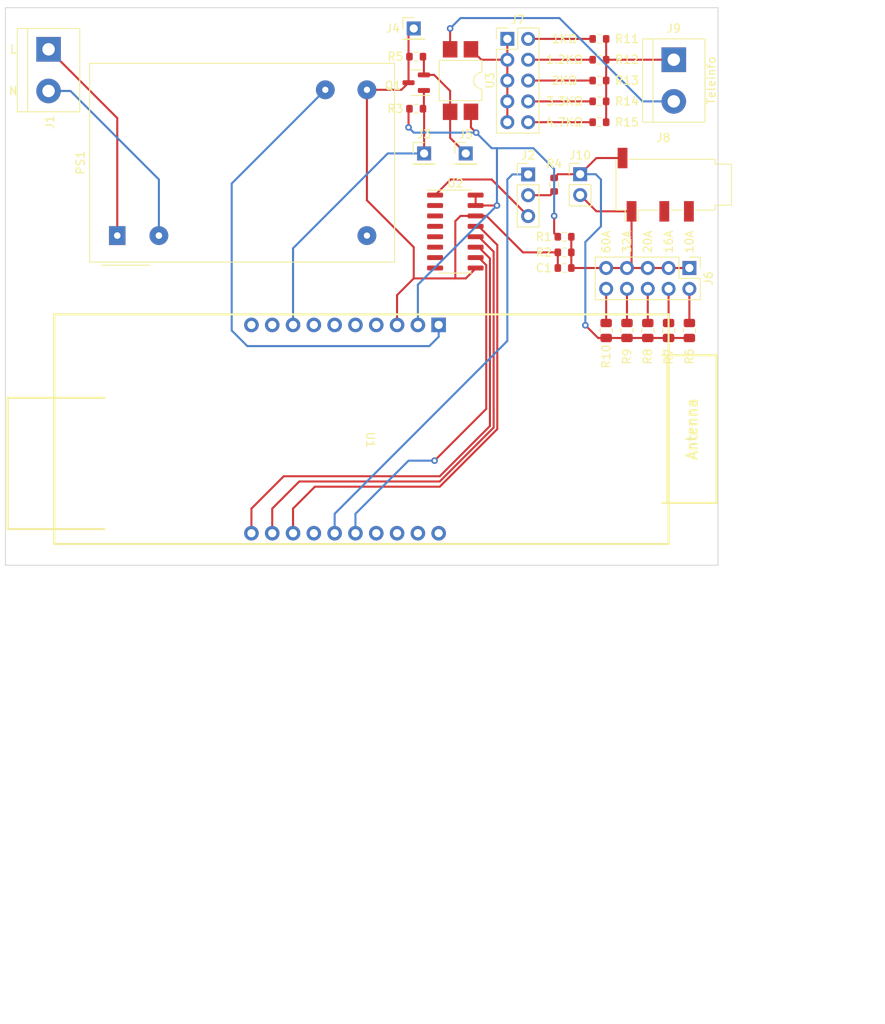
<source format=kicad_pcb>
(kicad_pcb (version 20211014) (generator pcbnew)
  (layers (0 "F.Cu" signal) (31 "B.Cu" signal) (34 "B.Paste" user) (35 "F.Paste" user) (36 "B.SilkS" user "B.Silkscreen") (37 "F.SilkS" user "F.Silkscreen") (38 "B.Mask" user) (39 "F.Mask" user) (44 "Edge.Cuts" user))
  (net 0 "")
  (net 1 "Net-(C1-Pad1)")
  (net 2 "GND")
  (net 3 "Net-(J3-Pad1)")
  (net 4 "+5V")
  (net 5 "+3V3")
  (net 6 "Net-(J6-Pad6)")
  (net 7 "Net-(J6-Pad8)")
  (net 8 "Net-(J6-Pad10)")
  (net 9 "Net-(J7-Pad1)")
  (net 10 "Net-(J7-Pad6)")
  (net 11 "Net-(J7-Pad8)")
  (net 12 "LINE")
  (net 13 "NEUT")
  (net 14 "Net-(J5-Pad1)")
  (net 15 "Net-(J7-Pad10)")
  (net 16 "Net-(J10-Pad1)")
  (net 19 "Net-(J9-Pad1)")
  (net 20 "Net-(J9-Pad2)")
  (net 22 "Net-(J2-Pad2)")
  (net 23 "Net-(J2-Pad3)")
  (net 31 "Net-(U1-Pad16)")
  (net 32 "Net-(U1-Pad11)")
  (net 33 "Net-(U1-Pad12)")
  (net 34 "Net-(U1-Pad13)")
  (net 35 "Net-(J6-Pad2)")
  (net 36 "Net-(J6-Pad4)")
  (net 37 "Net-(J7-Pad2)")
  (net 38 "Net-(J7-Pad4)")
  (net 39 "Net-(J2-Pad1)")
  (footprint "Resistor_SMD:R_0805_2012Metric" (layer "F.Cu") (at 189.865 90.17 90)
    (fp_text reference "R6" (at -3.175 0 90) (layer "F.SilkS"))
    (fp_text value "220Ω/0.5W")
    (fp_line (start -0.227064 0.735) (end 0.227064 0.735) (layer "F.SilkS") (width 0.12))
    (fp_line (start -0.227064 -0.735) (end 0.227064 -0.735) (layer "F.SilkS") (width 0.12))
    (pad "1" smd roundrect locked (at -0.9125 0 90) (size 1.025 1.4) (layers "F.Cu" "F.Paste" "F.Mask") (roundrect_rratio 0.243902) (net 16 "Net-(J10-Pad1)"))
    (pad "2" smd roundrect locked (at 0.9125 0 90) (size 1.025 1.4) (layers "F.Cu" "F.Paste" "F.Mask") (roundrect_rratio 0.243902) (net 35 "Net-(J6-Pad2)"))
  )
  (footprint "Connector_PinHeader_2.54mm:PinHeader_1x02_P2.54mm_Vertical" (layer "F.Cu") (at 176.53 71.115)
    (fp_text reference "J10" (at 0 -2.33) (layer "F.SilkS"))
    (fp_text value "Conn_01x02_Male")
    (fp_line (start -1.33 1.27) (end -1.33 3.87) (layer "F.SilkS") (width 0.12))
    (fp_line (start 1.33 1.27) (end 1.33 3.87) (layer "F.SilkS") (width 0.12))
    (fp_line (start -1.33 1.27) (end 1.33 1.27) (layer "F.SilkS") (width 0.12))
    (fp_line (start -1.33 0) (end -1.33 -1.33) (layer "F.SilkS") (width 0.12))
    (fp_line (start -1.33 3.87) (end 1.33 3.87) (layer "F.SilkS") (width 0.12))
    (fp_line (start -1.33 -1.33) (end 0 -1.33) (layer "F.SilkS") (width 0.12))
    (pad "1" thru_hole rect locked (at 0 0) (size 1.7 1.7) (drill 1) (layers *.Cu *.Mask) (net 16 "Net-(J10-Pad1)"))
    (pad "2" thru_hole oval locked (at 0 2.54) (size 1.7 1.7) (drill 1) (layers *.Cu *.Mask) (net 1 "Net-(C1-Pad1)"))
  )
  (footprint "Resistor_SMD:R_0805_2012Metric" (layer "F.Cu") (at 187.325 90.17 90)
    (fp_text reference "R7" (at -3.175 0 90) (layer "F.SilkS"))
    (fp_text value "150Ω/0.5W")
    (fp_line (start -0.227064 0.735) (end 0.227064 0.735) (layer "F.SilkS") (width 0.12))
    (fp_line (start -0.227064 -0.735) (end 0.227064 -0.735) (layer "F.SilkS") (width 0.12))
    (pad "1" smd roundrect locked (at -0.9125 0 90) (size 1.025 1.4) (layers "F.Cu" "F.Paste" "F.Mask") (roundrect_rratio 0.243902) (net 16 "Net-(J10-Pad1)"))
    (pad "2" smd roundrect locked (at 0.9125 0 90) (size 1.025 1.4) (layers "F.Cu" "F.Paste" "F.Mask") (roundrect_rratio 0.243902) (net 36 "Net-(J6-Pad4)"))
  )
  (footprint "Connector_PinHeader_2.54mm:PinHeader_1x01_P2.54mm_Vertical" (layer "F.Cu") (at 156.21 53.34)
    (fp_text reference "J4" (at -2.54 0) (layer "F.SilkS"))
    (fp_text value "Conn_01x01_Male")
    (fp_line (start 1.33 1.27) (end 1.33 1.33) (layer "F.SilkS") (width 0.12))
    (fp_line (start -1.33 0) (end -1.33 -1.33) (layer "F.SilkS") (width 0.12))
    (fp_line (start -1.33 -1.33) (end 0 -1.33) (layer "F.SilkS") (width 0.12))
    (fp_line (start -1.33 1.27) (end 1.33 1.27) (layer "F.SilkS") (width 0.12))
    (fp_line (start -1.33 1.33) (end 1.33 1.33) (layer "F.SilkS") (width 0.12))
    (fp_line (start -1.33 1.27) (end -1.33 1.33) (layer "F.SilkS") (width 0.12))
    (pad "1" thru_hole rect locked (at 0 0) (size 1.7 1.7) (drill 1) (layers *.Cu *.Mask) (net 2 "GND"))
  )
  (footprint "Package_DIP:SMDIP-4_W7.62mm" (layer "F.Cu") (at 161.925 59.69 -90)
    (fp_text reference "U3" (at 0 -3.6 90) (layer "F.SilkS"))
    (fp_text value "LTV-814")
    (fp_line (start -2.45 2.6) (end 2.45 2.6) (layer "F.SilkS") (width 0.12))
    (fp_line (start -2.45 -2.6) (end -2.45 2.6) (layer "F.SilkS") (width 0.12))
    (fp_line (start 2.45 2.6) (end 2.45 -2.6) (layer "F.SilkS") (width 0.12))
    (fp_line (start 2.45 -2.6) (end 1 -2.6) (layer "F.SilkS") (width 0.12))
    (fp_line (start -1 -2.6) (end -2.45 -2.6) (layer "F.SilkS") (width 0.12))
    (fp_arc (start 1 -2.6) (mid 0 -1.6) (end -1 -2.6) (layer "F.SilkS") (width 0.12))
    (pad "1" smd rect locked (at -3.81 -1.27 270) (size 2 1.78) (layers "F.Cu" "F.Paste" "F.Mask") (net 9 "Net-(J7-Pad1)"))
    (pad "2" smd rect locked (at -3.81 1.27 270) (size 2 1.78) (layers "F.Cu" "F.Paste" "F.Mask") (net 20 "Net-(J9-Pad2)"))
    (pad "3" smd rect locked (at 3.81 1.27 270) (size 2 1.78) (layers "F.Cu" "F.Paste" "F.Mask") (net 14 "Net-(J5-Pad1)"))
    (pad "4" smd rect locked (at 3.81 -1.27 270) (size 2 1.78) (layers "F.Cu" "F.Paste" "F.Mask") (net 5 "+3V3"))
  )
  (footprint "Connector_PinHeader_2.54mm:PinHeader_2x05_P2.54mm_Vertical" (layer "F.Cu") (at 167.64 54.61)
    (fp_text reference "J7" (at 1.27 -2.33) (layer "F.SilkS"))
    (fp_text value "Conn_02x05")
    (fp_line (start 1.27 1.27) (end 1.27 -1.33) (layer "F.SilkS") (width 0.12))
    (fp_line (start 3.87 -1.33) (end 3.87 11.49) (layer "F.SilkS") (width 0.12))
    (fp_line (start -1.33 -1.33) (end 0 -1.33) (layer "F.SilkS") (width 0.12))
    (fp_line (start -1.33 1.27) (end 1.27 1.27) (layer "F.SilkS") (width 0.12))
    (fp_line (start -1.33 1.27) (end -1.33 11.49) (layer "F.SilkS") (width 0.12))
    (fp_line (start 1.27 -1.33) (end 3.87 -1.33) (layer "F.SilkS") (width 0.12))
    (fp_line (start -1.33 11.49) (end 3.87 11.49) (layer "F.SilkS") (width 0.12))
    (fp_line (start -1.33 0) (end -1.33 -1.33) (layer "F.SilkS") (width 0.12))
    (pad "1" thru_hole rect locked (at 0 0) (size 1.7 1.7) (drill 1) (layers *.Cu *.Mask) (net 9 "Net-(J7-Pad1)"))
    (pad "2" thru_hole oval locked (at 2.54 0) (size 1.7 1.7) (drill 1) (layers *.Cu *.Mask) (net 37 "Net-(J7-Pad2)"))
    (pad "3" thru_hole oval locked (at 0 2.54) (size 1.7 1.7) (drill 1) (layers *.Cu *.Mask) (net 9 "Net-(J7-Pad1)"))
    (pad "4" thru_hole oval locked (at 2.54 2.54) (size 1.7 1.7) (drill 1) (layers *.Cu *.Mask) (net 38 "Net-(J7-Pad4)"))
    (pad "5" thru_hole oval locked (at 0 5.08) (size 1.7 1.7) (drill 1) (layers *.Cu *.Mask) (net 9 "Net-(J7-Pad1)"))
    (pad "6" thru_hole oval locked (at 2.54 5.08) (size 1.7 1.7) (drill 1) (layers *.Cu *.Mask) (net 10 "Net-(J7-Pad6)"))
    (pad "7" thru_hole oval locked (at 0 7.62) (size 1.7 1.7) (drill 1) (layers *.Cu *.Mask) (net 9 "Net-(J7-Pad1)"))
    (pad "8" thru_hole oval locked (at 2.54 7.62) (size 1.7 1.7) (drill 1) (layers *.Cu *.Mask) (net 11 "Net-(J7-Pad8)"))
    (pad "9" thru_hole oval locked (at 0 10.16) (size 1.7 1.7) (drill 1) (layers *.Cu *.Mask) (net 9 "Net-(J7-Pad1)"))
    (pad "10" thru_hole oval locked (at 2.54 10.16) (size 1.7 1.7) (drill 1) (layers *.Cu *.Mask) (net 15 "Net-(J7-Pad10)"))
  )
  (footprint "Resistor_SMD:R_0603_1608Metric" (layer "F.Cu") (at 178.88 59.69 180)
    (fp_text reference "R13" (at -3.365 0) (layer "F.SilkS"))
    (fp_text value "2KΩ")
    (fp_line (start -0.237258 -0.5225) (end 0.237258 -0.5225) (layer "F.SilkS") (width 0.12))
    (fp_line (start -0.237258 0.5225) (end 0.237258 0.5225) (layer "F.SilkS") (width 0.12))
    (pad "1" smd roundrect locked (at -0.825 0 180) (size 0.8 0.95) (layers "F.Cu" "F.Paste" "F.Mask") (net 19 "Net-(J9-Pad1)"))
    (pad "2" smd roundrect locked (at 0.825 0 180) (size 0.8 0.95) (layers "F.Cu" "F.Paste" "F.Mask") (net 10 "Net-(J7-Pad6)"))
  )
  (footprint "Resistor_SMD:R_0603_1608Metric" (layer "F.Cu") (at 178.88 62.23 180)
    (fp_text reference "R14" (at -3.365 0) (layer "F.SilkS"))
    (fp_text value "3.3KΩ")
    (fp_line (start -0.237258 -0.5225) (end 0.237258 -0.5225) (layer "F.SilkS") (width 0.12))
    (fp_line (start -0.237258 0.5225) (end 0.237258 0.5225) (layer "F.SilkS") (width 0.12))
    (pad "1" smd roundrect locked (at -0.825 0 180) (size 0.8 0.95) (layers "F.Cu" "F.Paste" "F.Mask") (net 19 "Net-(J9-Pad1)"))
    (pad "2" smd roundrect locked (at 0.825 0 180) (size 0.8 0.95) (layers "F.Cu" "F.Paste" "F.Mask") (net 11 "Net-(J7-Pad8)"))
  )
  (footprint "Resistor_SMD:R_0603_1608Metric" (layer "F.Cu") (at 174.625 78.74 180)
    (fp_text reference "R1" (at 2.54 0) (layer "F.SilkS"))
    (fp_text value "470KΩ")
    (fp_line (start -0.237258 0.5225) (end 0.237258 0.5225) (layer "F.SilkS") (width 0.12))
    (fp_line (start -0.237258 -0.5225) (end 0.237258 -0.5225) (layer "F.SilkS") (width 0.12))
    (pad "1" smd roundrect locked (at -0.825 0 180) (size 0.8 0.95) (layers "F.Cu" "F.Paste" "F.Mask") (net 1 "Net-(C1-Pad1)"))
    (pad "2" smd roundrect locked (at 0.825 0 180) (size 0.8 0.95) (layers "F.Cu" "F.Paste" "F.Mask") (net 5 "+3V3"))
  )
  (footprint "mylife-footprints:ESP32-POE" (layer "F.Cu") (at 149.225 102.235 -90)
    (fp_text reference "U1" (at 1.27 -1.7 -90 unlocked) (layer "F.SilkS"))
    (fp_text value "ESP32-POE")
    (fp_text user "Antenna" (at -0.04 -40.965 90) (layer "F.SilkS") (effects (font (size 1.27 1.27) (thickness 0.254))))
    (fp_line (start 12.151 30.796) (end 12.151 42.596) (layer "F.SilkS") (width 0.254))
    (fp_line (start -9.04 -43.965) (end 8.96 -43.965) (layer "F.SilkS") (width 0.254))
    (fp_line (start -14.03 -38.1) (end 13.97 -38.1) (layer "F.SilkS") (width 0.254))
    (fp_line (start 12.151 42.596) (end -3.849 42.596) (layer "F.SilkS") (width 0.254))
    (fp_line (start -14.03 36.9) (end 13.97 36.9) (layer "F.SilkS") (width 0.254))
    (fp_line (start 13.97 36.9) (end 13.97 -38.1) (layer "F.SilkS") (width 0.254))
    (fp_line (start -14.03 30.58) (end -14.03 -38.1) (layer "F.SilkS") (width 0.254))
    (fp_line (start -3.849 42.596) (end -3.849 30.796) (layer "F.SilkS") (width 0.254))
    (fp_line (start -9.04 -37.965) (end 8.96 -37.965) (layer "F.SilkS") (width 0.254))
    (fp_line (start 8.96 -43.965) (end 8.96 -37.345) (layer "F.SilkS") (width 0.254))
    (fp_line (start -9.04 -43.965) (end -9.04 -37.345) (layer "F.SilkS") (width 0.254))
    (fp_line (start -14.03 30.58) (end -14.03 36.9) (layer "F.SilkS") (width 0.254))
    (pad "1" thru_hole rect (at -12.74 -10.03 180) (size 1.778 1.778) (drill 1) (layers *.Cu *.Mask) (net 4 "+5V"))
    (pad "2" thru_hole circle (at -12.74 -7.49 180) (size 1.778 1.778) (drill 1) (layers *.Cu *.Mask) (net 5 "+3V3"))
    (pad "3" thru_hole circle (at -12.74 -4.95 180) (size 1.778 1.778) (drill 1) (layers *.Cu *.Mask) (net 2 "GND"))
    (pad "4" thru_hole circle (at -12.74 -2.41 180) (size 1.778 1.778) (drill 1) (layers *.Cu *.Mask))
    (pad "5" thru_hole circle (at -12.74 0.13 180) (size 1.778 1.778) (drill 1) (layers *.Cu *.Mask))
    (pad "6" thru_hole circle (at -12.74 2.67 180) (size 1.778 1.778) (drill 1) (layers *.Cu *.Mask))
    (pad "7" thru_hole circle (at -12.74 5.21 180) (size 1.778 1.778) (drill 1) (layers *.Cu *.Mask))
    (pad "8" thru_hole circle (at -12.74 7.75 180) (size 1.778 1.778) (drill 1) (layers *.Cu *.Mask) (net 3 "Net-(J3-Pad1)"))
    (pad "9" thru_hole circle (at -12.74 10.29 180) (size 1.778 1.778) (drill 1) (layers *.Cu *.Mask))
    (pad "10" thru_hole circle (at -12.74 12.83 180) (size 1.778 1.778) (drill 1) (layers *.Cu *.Mask))
    (pad "11" thru_hole circle (at 12.66 12.83 180) (size 1.778 1.778) (drill 1) (layers *.Cu *.Mask) (net 32 "Net-(U1-Pad11)"))
    (pad "12" thru_hole circle (at 12.66 10.29 180) (size 1.778 1.778) (drill 1) (layers *.Cu *.Mask) (net 33 "Net-(U1-Pad12)"))
    (pad "13" thru_hole circle (at 12.66 7.75 180) (size 1.778 1.778) (drill 1) (layers *.Cu *.Mask) (net 34 "Net-(U1-Pad13)"))
    (pad "14" thru_hole circle (at 12.66 5.21 180) (size 1.778 1.778) (drill 1) (layers *.Cu *.Mask))
    (pad "15" thru_hole circle (at 12.66 2.67 180) (size 1.778 1.778) (drill 1) (layers *.Cu *.Mask) (net 39 "Net-(J2-Pad1)"))
    (pad "16" thru_hole circle (at 12.66 0.13 180) (size 1.778 1.778) (drill 1) (layers *.Cu *.Mask) (net 31 "Net-(U1-Pad16)"))
    (pad "17" thru_hole circle (at 12.66 -2.41 180) (size 1.778 1.778) (drill 1) (layers *.Cu *.Mask))
    (pad "18" thru_hole circle (at 12.66 -4.95 180) (size 1.778 1.778) (drill 1) (layers *.Cu *.Mask))
    (pad "19" thru_hole circle (at 12.66 -7.49 180) (size 1.778 1.778) (drill 1) (layers *.Cu *.Mask))
    (pad "20" thru_hole circle (at 12.66 -10.03 180) (size 1.778 1.778) (drill 1) (layers *.Cu *.Mask))
  )
  (footprint "Connector_Audio:Jack_3.5mm_PJ320D_Horizontal" (layer "F.Cu") (at 186.63 72.39 180)
    (fp_text reference "J8" (at -0.06 5.715) (layer "F.SilkS"))
    (fp_text value "AudioJack4")
    (fp_line (start -6.375 2.5) (end -8.375 2.5) (layer "F.SilkS") (width 0.12))
    (fp_line (start -8.375 -2.5) (end -8.375 2.5) (layer "F.SilkS") (width 0.12))
    (fp_line (start -6.375 -2.5) (end -8.375 -2.5) (layer "F.SilkS") (width 0.12))
    (fp_line (start -6.375 -3.1) (end -6.375 -2.5) (layer "F.SilkS") (width 0.12))
    (fp_line (start -6.375 -3.1) (end -4 -3.1) (layer "F.SilkS") (width 0.12))
    (fp_line (start 4.15 3.1) (end -6.375 3.1) (layer "F.SilkS") (width 0.12))
    (fp_line (start 4.6 -3.1) (end 4.6 -4.5) (layer "F.SilkS") (width 0.12))
    (fp_line (start 4.6 -3.1) (end 5.725 -3.1) (layer "F.SilkS") (width 0.12))
    (fp_line (start 0.65 -3.1) (end 3.05 -3.1) (layer "F.SilkS") (width 0.12))
    (fp_line (start 5.725 3.1) (end 5.725 -3.1) (layer "F.SilkS") (width 0.12))
    (fp_line (start 3.05 -3.1) (end 3.05 -4.5) (layer "F.SilkS") (width 0.12))
    (fp_line (start -6.375 2.5) (end -6.375 3.1) (layer "F.SilkS") (width 0.12))
    (fp_line (start -2.35 -3.1) (end -1 -3.1) (layer "F.SilkS") (width 0.12))
    (pad "" np_thru_hole circle locked (at -4.775 0 180) (size 1.5 1.5) (drill 1.5) (layers *.Cu *.Mask))
    (pad "" np_thru_hole circle locked (at 2.225 0 180) (size 1.5 1.5) (drill 1.5) (layers *.Cu *.Mask))
    (pad "R1" smd rect locked (at -0.175 -3.25 180) (size 1.2 2.5) (layers "F.Cu" "F.Paste" "F.Mask"))
    (pad "R2" smd rect locked (at -3.175 -3.25 180) (size 1.2 2.5) (layers "F.Cu" "F.Paste" "F.Mask"))
    (pad "S" smd rect locked (at 4.925 3.25 180) (size 1.2 2.5) (layers "F.Cu" "F.Paste" "F.Mask") (net 16 "Net-(J10-Pad1)"))
    (pad "T" smd rect locked (at 3.825 -3.25 180) (size 1.2 2.5) (layers "F.Cu" "F.Paste" "F.Mask") (net 1 "Net-(C1-Pad1)"))
  )
  (footprint "Resistor_SMD:R_0603_1608Metric" (layer "F.Cu") (at 173.355 72.39 90)
    (fp_text reference "R4" (at 2.54 0) (layer "F.SilkS"))
    (fp_text value "1KΩ")
    (fp_line (start -0.237258 -0.5225) (end 0.237258 -0.5225) (layer "F.SilkS") (width 0.12))
    (fp_line (start -0.237258 0.5225) (end 0.237258 0.5225) (layer "F.SilkS") (width 0.12))
    (pad "1" smd roundrect locked (at -0.825 0 90) (size 0.8 0.95) (layers "F.Cu" "F.Paste" "F.Mask") (net 22 "Net-(J2-Pad2)"))
    (pad "2" smd roundrect locked (at 0.825 0 90) (size 0.8 0.95) (layers "F.Cu" "F.Paste" "F.Mask") (net 16 "Net-(J10-Pad1)"))
  )
  (footprint "Connector_PinHeader_2.54mm:PinHeader_1x01_P2.54mm_Vertical" (layer "F.Cu") (at 162.56 68.58)
    (fp_text reference "J5" (at 0 -2.33) (layer "F.SilkS"))
    (fp_text value "Conn_01x01")
    (fp_line (start 1.33 1.27) (end 1.33 1.33) (layer "F.SilkS") (width 0.12))
    (fp_line (start -1.33 1.33) (end 1.33 1.33) (layer "F.SilkS") (width 0.12))
    (fp_line (start -1.33 0) (end -1.33 -1.33) (layer "F.SilkS") (width 0.12))
    (fp_line (start -1.33 1.27) (end -1.33 1.33) (layer "F.SilkS") (width 0.12))
    (fp_line (start -1.33 -1.33) (end 0 -1.33) (layer "F.SilkS") (width 0.12))
    (fp_line (start -1.33 1.27) (end 1.33 1.27) (layer "F.SilkS") (width 0.12))
    (pad "1" thru_hole rect locked (at 0 0) (size 1.7 1.7) (drill 1) (layers *.Cu *.Mask) (net 14 "Net-(J5-Pad1)"))
  )
  (footprint "Converter_ACDC:Converter_ACDC_MeanWell_IRM-03-xx_THT" (layer "F.Cu") (at 120.015 78.5975 90)
    (fp_text reference "PS1" (at 8.89 -4.5 90) (layer "F.SilkS"))
    (fp_text value "Alim RS PRO 5V 1A")
    (fp_line (start -3.23 -3.38) (end -3.23 33.86) (layer "F.SilkS") (width 0.12))
    (fp_line (start -3.61 -2) (end -3.61 4) (layer "F.SilkS") (width 0.12))
    (fp_line (start -3.23 33.86) (end 21.01 33.86) (layer "F.SilkS") (width 0.12))
    (fp_line (start 21.01 -3.38) (end -3.23 -3.38) (layer "F.SilkS") (width 0.12))
    (fp_line (start 21.01 -3.38) (end 21.01 33.86) (layer "F.SilkS") (width 0.12))
    (pad "1" thru_hole rect locked (at 0 0 90) (size 2.3 2) (drill 0.8) (layers *.Cu *.Mask) (net 12 "LINE"))
    (pad "3" thru_hole circle locked (at 0 5.08 90) (size 2.3 2.3) (drill 0.8) (layers *.Cu *.Mask) (net 13 "NEUT"))
    (pad "5" thru_hole circle locked (at 0 30.48 90) (size 2.3 2.3) (drill 0.76) (layers *.Cu *.Mask))
    (pad "14" thru_hole circle locked (at 17.78 30.48 90) (size 2.3 2.3) (drill 0.76) (layers *.Cu *.Mask) (net 2 "GND"))
    (pad "16" thru_hole circle locked (at 17.78 25.4 90) (size 2.3 2.3) (drill 0.76) (layers *.Cu *.Mask) (net 4 "+5V"))
  )
  (footprint "Resistor_SMD:R_0603_1608Metric" (layer "F.Cu") (at 156.5125 56.77625)
    (fp_text reference "R5" (at -2.54 0) (layer "F.SilkS"))
    (fp_text value "10KΩ")
    (fp_line (start -0.237258 -0.5225) (end 0.237258 -0.5225) (layer "F.SilkS") (width 0.12))
    (fp_line (start -0.237258 0.5225) (end 0.237258 0.5225) (layer "F.SilkS") (width 0.12))
    (pad "1" smd roundrect locked (at -0.825 0) (size 0.8 0.95) (layers "F.Cu" "F.Paste" "F.Mask") (net 2 "GND"))
    (pad "2" smd roundrect locked (at 0.825 0) (size 0.8 0.95) (layers "F.Cu" "F.Paste" "F.Mask") (net 14 "Net-(J5-Pad1)"))
  )
  (footprint "Connector_PinHeader_2.54mm:PinHeader_2x05_P2.54mm_Vertical" (layer "F.Cu") (at 189.865 82.55 -90)
    (fp_text reference "J6" (at 1.27 -2.33 90) (layer "F.SilkS"))
    (fp_text value "Conn_02x05")
    (fp_line (start 1.27 -1.33) (end 3.87 -1.33) (layer "F.SilkS") (width 0.12))
    (fp_line (start 3.87 -1.33) (end 3.87 11.49) (layer "F.SilkS") (width 0.12))
    (fp_line (start 1.27 1.27) (end 1.27 -1.33) (layer "F.SilkS") (width 0.12))
    (fp_line (start -1.33 0) (end -1.33 -1.33) (layer "F.SilkS") (width 0.12))
    (fp_line (start -1.33 11.49) (end 3.87 11.49) (layer "F.SilkS") (width 0.12))
    (fp_line (start -1.33 -1.33) (end 0 -1.33) (layer "F.SilkS") (width 0.12))
    (fp_line (start -1.33 1.27) (end -1.33 11.49) (layer "F.SilkS") (width 0.12))
    (fp_line (start -1.33 1.27) (end 1.27 1.27) (layer "F.SilkS") (width 0.12))
    (pad "1" thru_hole rect locked (at 0 0 270) (size 1.7 1.7) (drill 1) (layers *.Cu *.Mask) (net 1 "Net-(C1-Pad1)"))
    (pad "2" thru_hole oval locked (at 2.54 0 270) (size 1.7 1.7) (drill 1) (layers *.Cu *.Mask) (net 35 "Net-(J6-Pad2)"))
    (pad "3" thru_hole oval locked (at 0 2.54 270) (size 1.7 1.7) (drill 1) (layers *.Cu *.Mask) (net 1 "Net-(C1-Pad1)"))
    (pad "4" thru_hole oval locked (at 2.54 2.54 270) (size 1.7 1.7) (drill 1) (layers *.Cu *.Mask) (net 36 "Net-(J6-Pad4)"))
    (pad "5" thru_hole oval locked (at 0 5.08 270) (size 1.7 1.7) (drill 1) (layers *.Cu *.Mask) (net 1 "Net-(C1-Pad1)"))
    (pad "6" thru_hole oval locked (at 2.54 5.08 270) (size 1.7 1.7) (drill 1) (layers *.Cu *.Mask) (net 6 "Net-(J6-Pad6)"))
    (pad "7" thru_hole oval locked (at 0 7.62 270) (size 1.7 1.7) (drill 1) (layers *.Cu *.Mask) (net 1 "Net-(C1-Pad1)"))
    (pad "8" thru_hole oval locked (at 2.54 7.62 270) (size 1.7 1.7) (drill 1) (layers *.Cu *.Mask) (net 7 "Net-(J6-Pad8)"))
    (pad "9" thru_hole oval locked (at 0 10.16 270) (size 1.7 1.7) (drill 1) (layers *.Cu *.Mask) (net 1 "Net-(C1-Pad1)"))
    (pad "10" thru_hole oval locked (at 2.54 10.16 270) (size 1.7 1.7) (drill 1) (layers *.Cu *.Mask) (net 8 "Net-(J6-Pad10)"))
  )
  (footprint "Resistor_SMD:R_0603_1608Metric" (layer "F.Cu") (at 178.88 64.77 180)
    (fp_text reference "R15" (at -3.365 0) (layer "F.SilkS"))
    (fp_text value "4.7KΩ")
    (fp_line (start -0.237258 0.5225) (end 0.237258 0.5225) (layer "F.SilkS") (width 0.12))
    (fp_line (start -0.237258 -0.5225) (end 0.237258 -0.5225) (layer "F.SilkS") (width 0.12))
    (pad "1" smd roundrect locked (at -0.825 0 180) (size 0.8 0.95) (layers "F.Cu" "F.Paste" "F.Mask") (net 19 "Net-(J9-Pad1)"))
    (pad "2" smd roundrect locked (at 0.825 0 180) (size 0.8 0.95) (layers "F.Cu" "F.Paste" "F.Mask") (net 15 "Net-(J7-Pad10)"))
  )
  (footprint "Resistor_SMD:R_0603_1608Metric" (layer "F.Cu") (at 178.88 54.61 180)
    (fp_text reference "R11" (at -3.365 0) (layer "F.SilkS"))
    (fp_text value "1KΩ")
    (fp_line (start -0.237258 0.5225) (end 0.237258 0.5225) (layer "F.SilkS") (width 0.12))
    (fp_line (start -0.237258 -0.5225) (end 0.237258 -0.5225) (layer "F.SilkS") (width 0.12))
    (pad "1" smd roundrect locked (at -0.825 0 180) (size 0.8 0.95) (layers "F.Cu" "F.Paste" "F.Mask") (net 19 "Net-(J9-Pad1)"))
    (pad "2" smd roundrect locked (at 0.825 0 180) (size 0.8 0.95) (layers "F.Cu" "F.Paste" "F.Mask") (net 37 "Net-(J7-Pad2)"))
  )
  (footprint "Connector_PinHeader_2.54mm:PinHeader_1x01_P2.54mm_Vertical" (layer "F.Cu") (at 157.48 68.58)
    (fp_text reference "J3" (at 0 -2.33) (layer "F.SilkS"))
    (fp_text value "Conn_01x01_Male")
    (fp_line (start 1.33 1.27) (end 1.33 1.33) (layer "F.SilkS") (width 0.12))
    (fp_line (start -1.33 -1.33) (end 0 -1.33) (layer "F.SilkS") (width 0.12))
    (fp_line (start -1.33 0) (end -1.33 -1.33) (layer "F.SilkS") (width 0.12))
    (fp_line (start -1.33 1.33) (end 1.33 1.33) (layer "F.SilkS") (width 0.12))
    (fp_line (start -1.33 1.27) (end 1.33 1.27) (layer "F.SilkS") (width 0.12))
    (fp_line (start -1.33 1.27) (end -1.33 1.33) (layer "F.SilkS") (width 0.12))
    (pad "1" thru_hole rect locked (at 0 0) (size 1.7 1.7) (drill 1) (layers *.Cu *.Mask) (net 3 "Net-(J3-Pad1)"))
  )
  (footprint "Resistor_SMD:R_0603_1608Metric" (layer "F.Cu") (at 156.5125 63.12625 180)
    (fp_text reference "R3" (at 2.54 0) (layer "F.SilkS"))
    (fp_text value "10KΩ")
    (fp_line (start -0.237258 0.5225) (end 0.237258 0.5225) (layer "F.SilkS") (width 0.12))
    (fp_line (start -0.237258 -0.5225) (end 0.237258 -0.5225) (layer "F.SilkS") (width 0.12))
    (pad "1" smd roundrect locked (at -0.825 0 180) (size 0.8 0.95) (layers "F.Cu" "F.Paste" "F.Mask") (net 3 "Net-(J3-Pad1)"))
    (pad "2" smd roundrect locked (at 0.825 0 180) (size 0.8 0.95) (layers "F.Cu" "F.Paste" "F.Mask") (net 5 "+3V3"))
  )
  (footprint "Connector_PinHeader_2.54mm:PinHeader_1x03_P2.54mm_Vertical" (layer "F.Cu") (at 170.18 71.135)
    (fp_text reference "J2" (at 0 -2.33) (layer "F.SilkS"))
    (fp_text value "Conn_01x03_Male")
    (fp_line (start -1.33 -1.33) (end 0 -1.33) (layer "F.SilkS") (width 0.12))
    (fp_line (start -1.33 0) (end -1.33 -1.33) (layer "F.SilkS") (width 0.12))
    (fp_line (start -1.33 6.41) (end 1.33 6.41) (layer "F.SilkS") (width 0.12))
    (fp_line (start -1.33 1.27) (end 1.33 1.27) (layer "F.SilkS") (width 0.12))
    (fp_line (start -1.33 1.27) (end -1.33 6.41) (layer "F.SilkS") (width 0.12))
    (fp_line (start 1.33 1.27) (end 1.33 6.41) (layer "F.SilkS") (width 0.12))
    (pad "1" thru_hole rect locked (at 0 0) (size 1.7 1.7) (drill 1) (layers *.Cu *.Mask) (net 39 "Net-(J2-Pad1)"))
    (pad "2" thru_hole oval locked (at 0 2.54) (size 1.7 1.7) (drill 1) (layers *.Cu *.Mask) (net 22 "Net-(J2-Pad2)"))
    (pad "3" thru_hole oval locked (at 0 5.08) (size 1.7 1.7) (drill 1) (layers *.Cu *.Mask) (net 23 "Net-(J2-Pad3)"))
  )
  (footprint "Resistor_SMD:R_0805_2012Metric" (layer "F.Cu") (at 179.705 90.17 90)
    (fp_text reference "R10" (at -3.175 0 90) (layer "F.SilkS"))
    (fp_text value "33Ω/0.5W")
    (fp_line (start -0.227064 0.735) (end 0.227064 0.735) (layer "F.SilkS") (width 0.12))
    (fp_line (start -0.227064 -0.735) (end 0.227064 -0.735) (layer "F.SilkS") (width 0.12))
    (pad "1" smd roundrect locked (at -0.9125 0 90) (size 1.025 1.4) (layers "F.Cu" "F.Paste" "F.Mask") (roundrect_rratio 0.243902) (net 16 "Net-(J10-Pad1)"))
    (pad "2" smd roundrect locked (at 0.9125 0 90) (size 1.025 1.4) (layers "F.Cu" "F.Paste" "F.Mask") (roundrect_rratio 0.243902) (net 8 "Net-(J6-Pad10)"))
  )
  (footprint "Package_TO_SOT_SMD:SOT-23" (layer "F.Cu") (at 156.5125 59.95125 180)
    (fp_text reference "Q1" (at 2.8425 -0.37375) (layer "F.SilkS"))
    (fp_text value "CJ2302")
    (fp_line (start 0 -1.56) (end 0.65 -1.56) (layer "F.SilkS") (width 0.12))
    (fp_line (start 0 1.56) (end -0.65 1.56) (layer "F.SilkS") (width 0.12))
    (fp_line (start 0 -1.56) (end -1.675 -1.56) (layer "F.SilkS") (width 0.12))
    (fp_line (start 0 1.56) (end 0.65 1.56) (layer "F.SilkS") (width 0.12))
    (pad "1" smd roundrect locked (at -0.9375 -0.95 180) (size 1.475 0.6) (layers "F.Cu" "F.Paste" "F.Mask") (net 3 "Net-(J3-Pad1)"))
    (pad "2" smd roundrect locked (at -0.9375 0.95 180) (size 1.475 0.6) (layers "F.Cu" "F.Paste" "F.Mask") (net 14 "Net-(J5-Pad1)"))
    (pad "3" smd roundrect locked (at 0.9375 0 180) (size 1.475 0.6) (layers "F.Cu" "F.Paste" "F.Mask") (net 2 "GND"))
  )
  (footprint "Resistor_SMD:R_0603_1608Metric" (layer "F.Cu") (at 178.88 57.15 180)
    (fp_text reference "R12" (at -3.365 0) (layer "F.SilkS"))
    (fp_text value "1.2KΩ")
    (fp_line (start -0.237258 -0.5225) (end 0.237258 -0.5225) (layer "F.SilkS") (width 0.12))
    (fp_line (start -0.237258 0.5225) (end 0.237258 0.5225) (layer "F.SilkS") (width 0.12))
    (pad "1" smd roundrect locked (at -0.825 0 180) (size 0.8 0.95) (layers "F.Cu" "F.Paste" "F.Mask") (net 19 "Net-(J9-Pad1)"))
    (pad "2" smd roundrect locked (at 0.825 0 180) (size 0.8 0.95) (layers "F.Cu" "F.Paste" "F.Mask") (net 38 "Net-(J7-Pad4)"))
  )
  (footprint "Resistor_SMD:R_0805_2012Metric" (layer "F.Cu") (at 182.245 90.17 90)
    (fp_text reference "R9" (at -3.175 0 90) (layer "F.SilkS"))
    (fp_text value "75Ω/0.5W")
    (fp_line (start -0.227064 -0.735) (end 0.227064 -0.735) (layer "F.SilkS") (width 0.12))
    (fp_line (start -0.227064 0.735) (end 0.227064 0.735) (layer "F.SilkS") (width 0.12))
    (pad "1" smd roundrect locked (at -0.9125 0 90) (size 1.025 1.4) (layers "F.Cu" "F.Paste" "F.Mask") (roundrect_rratio 0.243902) (net 16 "Net-(J10-Pad1)"))
    (pad "2" smd roundrect locked (at 0.9125 0 90) (size 1.025 1.4) (layers "F.Cu" "F.Paste" "F.Mask") (roundrect_rratio 0.243902) (net 7 "Net-(J6-Pad8)"))
  )
  (footprint "Resistor_SMD:R_0603_1608Metric" (layer "F.Cu") (at 174.625 82.55 180)
    (fp_text reference "C1" (at 2.54 0) (layer "F.SilkS"))
    (fp_text value "10uF/6V")
    (fp_line (start -0.237258 -0.5225) (end 0.237258 -0.5225) (layer "F.SilkS") (width 0.12))
    (fp_line (start -0.237258 0.5225) (end 0.237258 0.5225) (layer "F.SilkS") (width 0.12))
    (pad "1" smd roundrect locked (at -0.825 0 180) (size 0.8 0.95) (layers "F.Cu" "F.Paste" "F.Mask") (net 1 "Net-(C1-Pad1)"))
    (pad "2" smd roundrect locked (at 0.825 0 180) (size 0.8 0.95) (layers "F.Cu" "F.Paste" "F.Mask") (net 2 "GND"))
  )
  (footprint "TerminalBlock:TerminalBlock_bornier-2_P5.08mm" (layer "F.Cu") (at 187.96 57.15 -90)
    (fp_text reference "J9" (at -3.81 0) (layer "F.SilkS"))
    (fp_text value "Screw_Terminal_01x02")
    (fp_line (start -2.54 -3.81) (end -2.54 3.81) (layer "F.SilkS") (width 0.12))
    (fp_line (start -2.54 3.81) (end 7.62 3.81) (layer "F.SilkS") (width 0.12))
    (fp_line (start 7.62 -3.81) (end -2.54 -3.81) (layer "F.SilkS") (width 0.12))
    (fp_line (start 7.62 2.54) (end -2.54 2.54) (layer "F.SilkS") (width 0.12))
    (fp_line (start 7.62 3.81) (end 7.62 -3.81) (layer "F.SilkS") (width 0.12))
    (pad "1" thru_hole rect locked (at 0 0 270) (size 3 3) (drill 1.52) (layers *.Cu *.Mask) (net 19 "Net-(J9-Pad1)"))
    (pad "2" thru_hole circle locked (at 5.08 0 270) (size 3 3) (drill 1.52) (layers *.Cu *.Mask) (net 20 "Net-(J9-Pad2)"))
  )
  (footprint "Resistor_SMD:R_0603_1608Metric" (layer "F.Cu") (at 174.625 80.645)
    (fp_text reference "R2" (at -2.54 0) (layer "F.SilkS"))
    (fp_text value "470KΩ")
    (fp_line (start -0.237258 0.5225) (end 0.237258 0.5225) (layer "F.SilkS") (width 0.12))
    (fp_line (start -0.237258 -0.5225) (end 0.237258 -0.5225) (layer "F.SilkS") (width 0.12))
    (pad "1" smd roundrect locked (at -0.825 0) (size 0.8 0.95) (layers "F.Cu" "F.Paste" "F.Mask") (net 2 "GND"))
    (pad "2" smd roundrect locked (at 0.825 0) (size 0.8 0.95) (layers "F.Cu" "F.Paste" "F.Mask") (net 1 "Net-(C1-Pad1)"))
  )
  (footprint "Resistor_SMD:R_0805_2012Metric" (layer "F.Cu") (at 184.785 90.17 90)
    (fp_text reference "R8" (at -3.175 0 90) (layer "F.SilkS"))
    (fp_text value "120Ω/0.5W")
    (fp_line (start -0.227064 -0.735) (end 0.227064 -0.735) (layer "F.SilkS") (width 0.12))
    (fp_line (start -0.227064 0.735) (end 0.227064 0.735) (layer "F.SilkS") (width 0.12))
    (pad "1" smd roundrect locked (at -0.9125 0 90) (size 1.025 1.4) (layers "F.Cu" "F.Paste" "F.Mask") (roundrect_rratio 0.243902) (net 16 "Net-(J10-Pad1)"))
    (pad "2" smd roundrect locked (at 0.9125 0 90) (size 1.025 1.4) (layers "F.Cu" "F.Paste" "F.Mask") (roundrect_rratio 0.243902) (net 6 "Net-(J6-Pad6)"))
  )
  (footprint "Package_SO:SOIC-16_3.9x9.9mm_P1.27mm" (layer "F.Cu") (at 161.29 78.105)
    (fp_text reference "U2" (at 0 -5.9) (layer "F.SilkS"))
    (fp_text value "MCP3208")
    (fp_line (start 0 -5.06) (end 1.95 -5.06) (layer "F.SilkS") (width 0.12))
    (fp_line (start 0 -5.06) (end -3.45 -5.06) (layer "F.SilkS") (width 0.12))
    (fp_line (start 0 5.06) (end 1.95 5.06) (layer "F.SilkS") (width 0.12))
    (fp_line (start 0 5.06) (end -1.95 5.06) (layer "F.SilkS") (width 0.12))
    (pad "1" smd roundrect locked (at -2.475 -4.445) (size 1.95 0.6) (layers "F.Cu" "F.Paste" "F.Mask") (net 23 "Net-(J2-Pad3)"))
    (pad "2" smd roundrect locked (at -2.475 -3.175) (size 1.95 0.6) (layers "F.Cu" "F.Paste" "F.Mask"))
    (pad "3" smd roundrect locked (at -2.475 -1.905) (size 1.95 0.6) (layers "F.Cu" "F.Paste" "F.Mask"))
    (pad "4" smd roundrect locked (at -2.475 -0.635) (size 1.95 0.6) (layers "F.Cu" "F.Paste" "F.Mask"))
    (pad "5" smd roundrect locked (at -2.475 0.635) (size 1.95 0.6) (layers "F.Cu" "F.Paste" "F.Mask"))
    (pad "6" smd roundrect locked (at -2.475 1.905) (size 1.95 0.6) (layers "F.Cu" "F.Paste" "F.Mask"))
    (pad "7" smd roundrect locked (at -2.475 3.175) (size 1.95 0.6) (layers "F.Cu" "F.Paste" "F.Mask"))
    (pad "8" smd roundrect locked (at -2.475 4.445) (size 1.95 0.6) (layers "F.Cu" "F.Paste" "F.Mask"))
    (pad "9" smd roundrect locked (at 2.475 4.445) (size 1.95 0.6) (layers "F.Cu" "F.Paste" "F.Mask") (net 2 "GND"))
    (pad "10" smd roundrect locked (at 2.475 3.175) (size 1.95 0.6) (layers "F.Cu" "F.Paste" "F.Mask") (net 31 "Net-(U1-Pad16)"))
    (pad "11" smd roundrect locked (at 2.475 1.905) (size 1.95 0.6) (layers "F.Cu" "F.Paste" "F.Mask") (net 32 "Net-(U1-Pad11)"))
    (pad "12" smd roundrect locked (at 2.475 0.635) (size 1.95 0.6) (layers "F.Cu" "F.Paste" "F.Mask") (net 33 "Net-(U1-Pad12)"))
    (pad "13" smd roundrect locked (at 2.475 -0.635) (size 1.95 0.6) (layers "F.Cu" "F.Paste" "F.Mask") (net 34 "Net-(U1-Pad13)"))
    (pad "14" smd roundrect locked (at 2.475 -1.905) (size 1.95 0.6) (layers "F.Cu" "F.Paste" "F.Mask") (net 2 "GND"))
    (pad "15" smd roundrect locked (at 2.475 -3.175) (size 1.95 0.6) (layers "F.Cu" "F.Paste" "F.Mask") (net 5 "+3V3"))
    (pad "16" smd roundrect locked (at 2.475 -4.445) (size 1.95 0.6) (layers "F.Cu" "F.Paste" "F.Mask") (net 5 "+3V3"))
  )
  (footprint "TerminalBlock:TerminalBlock_bornier-2_P5.08mm" (layer "F.Cu") (at 111.625 55.88 -90)
    (fp_text reference "J1" (at 8.89 -0.135 90) (layer "F.SilkS"))
    (fp_text value "Screw_Terminal_01x02")
    (fp_line (start 7.62 2.54) (end -2.54 2.54) (layer "F.SilkS") (width 0.12))
    (fp_line (start -2.54 3.81) (end 7.62 3.81) (layer "F.SilkS") (width 0.12))
    (fp_line (start 7.62 3.81) (end 7.62 -3.81) (layer "F.SilkS") (width 0.12))
    (fp_line (start -2.54 -3.81) (end -2.54 3.81) (layer "F.SilkS") (width 0.12))
    (fp_line (start 7.62 -3.81) (end -2.54 -3.81) (layer "F.SilkS") (width 0.12))
    (pad "1" thru_hole rect locked (at 0 0 270) (size 3 3) (drill 1.52) (layers *.Cu *.Mask) (net 12 "LINE"))
    (pad "2" thru_hole circle locked (at 5.08 0 270) (size 3 3) (drill 1.52) (layers *.Cu *.Mask) (net 13 "NEUT"))
  )
  (gr_line locked (start 106.36 50.8) (end 193.36 50.8) (layer "Edge.Cuts") (width 0.1))
  (gr_line locked (start 106.36 118.8) (end 106.36 50.8) (layer "Edge.Cuts") (width 0.1))
  (gr_line locked (start 193.36 118.8) (end 193.36 50.8) (layer "Edge.Cuts") (width 0.1))
  (gr_line locked (start 106.36 118.8) (end 193.36 118.8) (layer "Edge.Cuts") (width 0.1))
  (gr_text "4.7KΩ" (at 174.625 64.77) (layer "F.SilkS") (effects (font (size 1 1))))
  (gr_text "1.2KΩ" (at 174.625 57.15) (layer "F.SilkS") (effects (font (size 1 1))))
  (gr_text "L" (at 107.315 55.88) (layer "F.SilkS") (effects (font (size 1 1))))
  (gr_text "10A" (at 189.865 79.375 90) (layer "F.SilkS") (effects (font (size 1 1))))
  (gr_text "1KΩ" (at 174.625 54.61) (layer "F.SilkS") (effects (font (size 1 1))))
  (gr_text "20A" (at 184.785 79.375 90) (layer "F.SilkS") (effects (font (size 1 1))))
  (gr_text "16A" (at 187.325 79.375 90) (layer "F.SilkS") (effects (font (size 1 1))))
  (gr_text "2KΩ" (at 174.625 59.69) (layer "F.SilkS") (effects (font (size 1 1))))
  (gr_text "60A" (at 179.705 79.375 90) (layer "F.SilkS") (effects (font (size 1 1))))
  (gr_text "3.3KΩ" (at 174.625 62.23) (layer "F.SilkS") (effects (font (size 1 1))))
  (gr_text "Teleinfo" (at 192.54 59.69 90) (layer "F.SilkS") (effects (font (size 1 1))))
  (gr_text "N" (at 107.315 60.96) (layer "F.SilkS") (effects (font (size 1 1))))
  (gr_text "32A" (at 182.245 79.375 90) (layer "F.SilkS") (effects (font (size 1 1))))
  (segment (start 175.45 80.645) (end 175.45 78.74) (width 0.25) (layer "F.Cu") (net 1))
  (segment (start 189.865 82.55) (end 187.325 82.55) (width 0.25) (layer "F.Cu") (net 1))
  (segment (start 182.805 75.64) (end 182.805 81.99) (width 0.25) (layer "F.Cu") (net 1))
  (segment (start 175.45 82.55) (end 175.45 80.645) (width 0.25) (layer "F.Cu") (net 1))
  (segment (start 187.325 82.55) (end 184.785 82.55) (width 0.25) (layer "F.Cu") (net 1))
  (segment (start 182.805 75.64) (end 178.515 75.64) (width 0.25) (layer "F.Cu") (net 1))
  (segment (start 179.705 82.55) (end 182.245 82.55) (width 0.25) (layer "F.Cu") (net 1))
  (segment (start 178.515 75.64) (end 176.53 73.655) (width 0.25) (layer "F.Cu") (net 1))
  (segment (start 179.705 82.55) (end 175.45 82.55) (width 0.25) (layer "F.Cu") (net 1))
  (segment (start 182.805 81.99) (end 182.245 82.55) (width 0.25) (layer "F.Cu") (net 1))
  (segment (start 184.785 82.55) (end 182.245 82.55) (width 0.25) (layer "F.Cu") (net 1))
  (segment (start 162.56 83.82) (end 163.765 82.615) (width 0.25) (layer "F.Cu") (net 2))
  (segment (start 165.1 76.2) (end 169.545 80.645) (width 0.25) (layer "F.Cu") (net 2))
  (segment (start 150.495 60.8175) (end 150.495 74.295) (width 0.25) (layer "F.Cu") (net 2))
  (segment (start 161.29 76.835) (end 161.29 83.82) (width 0.25) (layer "F.Cu") (net 2))
  (segment (start 154.175 85.855) (end 154.175 89.495) (width 0.25) (layer "F.Cu") (net 2))
  (segment (start 156.21 80.01) (end 156.21 83.82) (width 0.25) (layer "F.Cu") (net 2))
  (segment (start 163.765 76.2) (end 165.1 76.2) (width 0.25) (layer "F.Cu") (net 2))
  (segment (start 156.21 53.34) (end 155.575 53.975) (width 0.25) (layer "F.Cu") (net 2))
  (segment (start 156.21 83.82) (end 154.175 85.855) (width 0.25) (layer "F.Cu") (net 2))
  (segment (start 163.765 82.615) (end 163.765 82.55) (width 0.25) (layer "F.Cu") (net 2))
  (segment (start 161.925 76.2) (end 161.29 76.835) (width 0.25) (layer "F.Cu") (net 2))
  (segment (start 155.575 56.88875) (end 155.6875 56.77625) (width 0.25) (layer "F.Cu") (net 2))
  (segment (start 155.575 59.95125) (end 155.575 56.88875) (width 0.25) (layer "F.Cu") (net 2))
  (segment (start 173.8 80.645) (end 169.545 80.645) (width 0.25) (layer "F.Cu") (net 2))
  (segment (start 150.495 60.8175) (end 154.70875 60.8175) (width 0.25) (layer "F.Cu") (net 2))
  (segment (start 150.495 74.295) (end 156.21 80.01) (width 0.25) (layer "F.Cu") (net 2))
  (segment (start 155.575 53.975) (end 155.575 56.66375) (width 0.25) (layer "F.Cu") (net 2))
  (segment (start 173.8 82.55) (end 173.8 80.645) (width 0.25) (layer "F.Cu") (net 2))
  (segment (start 156.21 83.82) (end 162.56 83.82) (width 0.25) (layer "F.Cu") (net 2))
  (segment (start 155.575 56.66375) (end 155.6875 56.77625) (width 0.25) (layer "F.Cu") (net 2))
  (segment (start 154.70875 60.8175) (end 155.575 59.95125) (width 0.25) (layer "F.Cu") (net 2))
  (segment (start 163.765 76.2) (end 161.925 76.2) (width 0.25) (layer "F.Cu") (net 2))
  (segment (start 157.45 60.90125) (end 157.45 63.01375) (width 0.25) (layer "F.Cu") (net 3))
  (segment (start 157.3375 63.12625) (end 157.48 63.26875) (width 0.25) (layer "F.Cu") (net 3))
  (segment (start 157.45 63.01375) (end 157.3375 63.12625) (width 0.25) (layer "F.Cu") (net 3))
  (segment (start 157.48 63.26875) (end 157.48 68.58) (width 0.25) (layer "F.Cu") (net 3))
  (segment (start 141.475 80.14) (end 141.475 89.495) (width 0.25) (layer "B.Cu") (net 3))
  (segment (start 153.035 68.58) (end 141.475 80.14) (width 0.25) (layer "B.Cu") (net 3))
  (segment (start 157.48 68.58) (end 153.035 68.58) (width 0.25) (layer "B.Cu") (net 3))
  (segment (start 158.115 92.075) (end 159.255 90.935) (width 0.25) (layer "B.Cu") (net 4))
  (segment (start 158.115 92.075) (end 135.89 92.075) (width 0.25) (layer "B.Cu") (net 4))
  (segment (start 135.89 92.075) (end 133.985 90.17) (width 0.25) (layer "B.Cu") (net 4))
  (segment (start 133.985 90.17) (end 133.985 72.2475) (width 0.25) (layer "B.Cu") (net 4))
  (segment (start 159.255 90.935) (end 159.255 89.495) (width 0.25) (layer "B.Cu") (net 4))
  (segment (start 133.985 72.2475) (end 145.415 60.8175) (width 0.25) (layer "B.Cu") (net 4))
  (segment (start 155.575 63.23875) (end 155.6875 63.12625) (width 0.25) (layer "F.Cu") (net 5))
  (segment (start 155.575 65.405) (end 155.575 63.23875) (width 0.25) (layer "F.Cu") (net 5))
  (segment (start 163.195 63.5) (end 163.195 65.405) (width 0.25) (layer "F.Cu") (net 5))
  (segment (start 163.195 65.405) (end 163.83 66.04) (width 0.25) (layer "F.Cu") (net 5))
  (segment (start 163.765 73.66) (end 163.765 74.93) (width 0.25) (layer "F.Cu") (net 5))
  (segment (start 163.765 74.93) (end 166.37 74.93) (width 0.25) (layer "F.Cu") (net 5))
  (segment (start 173.355 78.295) (end 173.8 78.74) (width 0.25) (layer "F.Cu") (net 5))
  (segment (start 173.355 76.2) (end 173.355 78.295) (width 0.25) (layer "F.Cu") (net 5))
  (via (at 166.37 74.93) (size 0.8) (drill 0.4) (layers "F.Cu" "B.Cu") (net 5))
  (via (at 163.83 66.04) (size 0.8) (drill 0.4) (layers "F.Cu" "B.Cu") (net 5))
  (via (at 155.575 65.405) (size 0.8) (drill 0.4) (layers "F.Cu" "B.Cu") (net 5))
  (via (at 173.355 76.2) (size 0.8) (drill 0.4) (layers "F.Cu" "B.Cu") (net 5))
  (segment (start 166.37 74.93) (end 156.715 84.585) (width 0.25) (layer "B.Cu") (net 5))
  (segment (start 156.21 66.04) (end 155.575 65.405) (width 0.25) (layer "B.Cu") (net 5))
  (segment (start 163.83 66.04) (end 156.21 66.04) (width 0.25) (layer "B.Cu") (net 5))
  (segment (start 173.355 76.2) (end 173.355 70.485) (width 0.25) (layer "B.Cu") (net 5))
  (segment (start 156.715 84.585) (end 156.715 89.495) (width 0.25) (layer "B.Cu") (net 5))
  (segment (start 165.735 67.945) (end 170.815 67.945) (width 0.25) (layer "B.Cu") (net 5))
  (segment (start 173.355 70.485) (end 170.815 67.945) (width 0.25) (layer "B.Cu") (net 5))
  (segment (start 166.37 74.93) (end 166.37 67.945) (width 0.25) (layer "B.Cu") (net 5))
  (segment (start 165.735 67.945) (end 163.83 66.04) (width 0.25) (layer "B.Cu") (net 5))
  (segment (start 184.785 89.2575) (end 184.785 85.09) (width 0.25) (layer "F.Cu") (net 6))
  (segment (start 182.245 89.2575) (end 182.245 85.09) (width 0.25) (layer "F.Cu") (net 7))
  (segment (start 179.705 89.2575) (end 179.705 85.09) (width 0.25) (layer "F.Cu") (net 8))
  (segment (start 167.64 54.61) (end 167.64 57.15) (width 0.25) (layer "F.Cu") (net 9))
  (segment (start 167.64 57.15) (end 164.465 57.15) (width 0.25) (layer "F.Cu") (net 9))
  (segment (start 167.64 62.23) (end 167.64 64.77) (width 0.25) (layer "F.Cu") (net 9))
  (segment (start 164.465 57.15) (end 163.195 55.88) (width 0.25) (layer "F.Cu") (net 9))
  (segment (start 167.64 57.15) (end 167.64 59.69) (width 0.25) (layer "F.Cu") (net 9))
  (segment (start 167.64 59.69) (end 167.64 62.23) (width 0.25) (layer "F.Cu") (net 9))
  (segment (start 170.18 59.69) (end 178.055 59.69) (width 0.25) (layer "F.Cu") (net 10))
  (segment (start 170.18 62.23) (end 178.055 62.23) (width 0.25) (layer "F.Cu") (net 11))
  (segment (start 120.015 64.27) (end 111.625 55.88) (width 0.25) (layer "F.Cu") (net 12))
  (segment (start 120.015 78.5975) (end 120.015 64.27) (width 0.25) (layer "F.Cu") (net 12))
  (segment (start 111.625 60.96) (end 114.3 60.96) (width 0.25) (layer "B.Cu") (net 13))
  (segment (start 114.3 60.96) (end 125.095 71.755) (width 0.25) (layer "B.Cu") (net 13))
  (segment (start 125.095 71.755) (end 125.095 78.5975) (width 0.25) (layer "B.Cu") (net 13))
  (segment (start 157.45 56.88875) (end 157.3375 56.77625) (width 0.25) (layer "F.Cu") (net 14))
  (segment (start 158.69625 59.00125) (end 157.45 59.00125) (width 0.25) (layer "F.Cu") (net 14))
  (segment (start 160.655 63.5) (end 160.655 66.675) (width 0.25) (layer "F.Cu") (net 14))
  (segment (start 160.655 66.675) (end 162.56 68.58) (width 0.25) (layer "F.Cu") (net 14))
  (segment (start 160.655 63.5) (end 160.655 60.96) (width 0.25) (layer "F.Cu") (net 14))
  (segment (start 160.655 60.96) (end 158.69625 59.00125) (width 0.25) (layer "F.Cu") (net 14))
  (segment (start 157.45 59.00125) (end 157.45 56.88875) (width 0.25) (layer "F.Cu") (net 14))
  (segment (start 170.18 64.77) (end 178.055 64.77) (width 0.25) (layer "F.Cu") (net 15))
  (segment (start 187.325 91.0825) (end 184.785 91.0825) (width 0.25) (layer "F.Cu") (net 16))
  (segment (start 182.245 91.0825) (end 179.705 91.0825) (width 0.25) (layer "F.Cu") (net 16))
  (segment (start 178.7125 91.0825) (end 177.165 89.535) (width 0.25) (layer "F.Cu") (net 16))
  (segment (start 176.53 71.115) (end 173.805 71.115) (width 0.25) (layer "F.Cu") (net 16))
  (segment (start 178.505 69.14) (end 176.53 71.115) (width 0.25) (layer "F.Cu") (net 16))
  (segment (start 189.865 91.0825) (end 187.325 91.0825) (width 0.25) (layer "F.Cu") (net 16))
  (segment (start 184.785 91.0825) (end 182.245 91.0825) (width 0.25) (layer "F.Cu") (net 16))
  (segment (start 179.705 91.0825) (end 178.7125 91.0825) (width 0.25) (layer "F.Cu") (net 16))
  (segment (start 181.705 69.14) (end 178.505 69.14) (width 0.25) (layer "F.Cu") (net 16))
  (segment (start 173.805 71.115) (end 173.355 71.565) (width 0.25) (layer "F.Cu") (net 16))
  (via (at 177.165 89.535) (size 0.8) (drill 0.4) (layers "F.Cu" "B.Cu") (net 16))
  (segment (start 176.53 71.115) (end 178.43 71.115) (width 0.25) (layer "B.Cu") (net 16))
  (segment (start 177.165 79.375) (end 177.165 89.535) (width 0.25) (layer "B.Cu") (net 16))
  (segment (start 179.07 71.755) (end 179.07 77.47) (width 0.25) (layer "B.Cu") (net 16))
  (segment (start 179.07 77.47) (end 177.165 79.375) (width 0.25) (layer "B.Cu") (net 16))
  (segment (start 178.43 71.115) (end 179.07 71.755) (width 0.25) (layer "B.Cu") (net 16))
  (segment (start 179.705 57.15) (end 179.705 59.69) (width 0.25) (layer "F.Cu") (net 19))
  (segment (start 179.705 59.69) (end 179.705 62.23) (width 0.25) (layer "F.Cu") (net 19))
  (segment (start 179.705 57.15) (end 187.96 57.15) (width 0.25) (layer "F.Cu") (net 19))
  (segment (start 179.705 62.23) (end 179.705 64.77) (width 0.25) (layer "F.Cu") (net 19))
  (segment (start 179.705 54.61) (end 179.705 57.15) (width 0.25) (layer "F.Cu") (net 19))
  (segment (start 160.655 53.34) (end 160.655 55.88) (width 0.25) (layer "F.Cu") (net 20))
  (via (at 160.655 53.34) (size 0.8) (drill 0.4) (layers "F.Cu" "B.Cu") (net 20))
  (segment (start 184.15 62.23) (end 173.99 52.07) (width 0.25) (layer "B.Cu") (net 20))
  (segment (start 161.925 52.07) (end 160.655 53.34) (width 0.25) (layer "B.Cu") (net 20))
  (segment (start 187.96 62.23) (end 184.15 62.23) (width 0.25) (layer "B.Cu") (net 20))
  (segment (start 173.99 52.07) (end 161.925 52.07) (width 0.25) (layer "B.Cu") (net 20))
  (segment (start 173.355 73.215) (end 172.895 73.675) (width 0.25) (layer "F.Cu") (net 22))
  (segment (start 172.895 73.675) (end 170.18 73.675) (width 0.25) (layer "F.Cu") (net 22))
  (segment (start 170.18 76.215) (end 165.735 71.77) (width 0.25) (layer "F.Cu") (net 23))
  (segment (start 165.735 71.77) (end 165.735 71.755) (width 0.25) (layer "F.Cu") (net 23))
  (segment (start 165.735 71.755) (end 160.72 71.755) (width 0.25) (layer "F.Cu") (net 23))
  (segment (start 160.72 71.755) (end 158.815 73.66) (width 0.25) (layer "F.Cu") (net 23))
  (segment (start 165.06452 82.203448) (end 165.06452 99.73048) (width 0.25) (layer "F.Cu") (net 31))
  (segment (start 165.06452 99.73048) (end 158.75 106.045) (width 0.25) (layer "F.Cu") (net 31))
  (segment (start 163.765 81.28) (end 164.141072 81.28) (width 0.25) (layer "F.Cu") (net 31))
  (segment (start 164.141072 81.28) (end 165.06452 82.203448) (width 0.25) (layer "F.Cu") (net 31))
  (via (at 158.75 106.045) (size 0.8) (drill 0.4) (layers "F.Cu" "B.Cu") (net 31))
  (segment (start 149.095 112.525) (end 149.095 114.895) (width 0.25) (layer "B.Cu") (net 31))
  (segment (start 158.75 106.045) (end 155.575 106.045) (width 0.25) (layer "B.Cu") (net 31))
  (segment (start 155.575 106.045) (end 149.095 112.525) (width 0.25) (layer "B.Cu") (net 31))
  (segment (start 136.395 111.89) (end 136.395 114.895) (width 0.25) (layer "F.Cu") (net 32))
  (segment (start 159.385 107.95) (end 140.335 107.95) (width 0.25) (layer "F.Cu") (net 32))
  (segment (start 164.141072 80.01) (end 165.51404 81.382968) (width 0.25) (layer "F.Cu") (net 32))
  (segment (start 165.51404 101.82096) (end 159.385 107.95) (width 0.25) (layer "F.Cu") (net 32))
  (segment (start 140.335 107.95) (end 136.395 111.89) (width 0.25) (layer "F.Cu") (net 32))
  (segment (start 165.51404 81.382968) (end 165.51404 101.82096) (width 0.25) (layer "F.Cu") (net 32))
  (segment (start 163.765 80.01) (end 164.141072 80.01) (width 0.25) (layer "F.Cu") (net 32))
  (segment (start 165.96356 80.562488) (end 165.96356 102.007157) (width 0.25) (layer "F.Cu") (net 33))
  (segment (start 138.935 111.89) (end 138.935 114.895) (width 0.25) (layer "F.Cu") (net 33))
  (segment (start 163.765 78.74) (end 164.141072 78.74) (width 0.25) (layer "F.Cu") (net 33))
  (segment (start 159.385717 108.585) (end 142.24 108.585) (width 0.25) (layer "F.Cu") (net 33))
  (segment (start 165.96356 102.007157) (end 159.385717 108.585) (width 0.25) (layer "F.Cu") (net 33))
  (segment (start 164.141072 78.74) (end 165.96356 80.562488) (width 0.25) (layer "F.Cu") (net 33))
  (segment (start 142.24 108.585) (end 138.935 111.89) (width 0.25) (layer "F.Cu") (net 33))
  (segment (start 163.765 77.47) (end 164.141072 77.47) (width 0.25) (layer "F.Cu") (net 34))
  (segment (start 166.41308 102.193355) (end 166.41308 102.19192) (width 0.25) (layer "F.Cu") (net 34))
  (segment (start 166.41308 79.742008) (end 166.41308 102.19192) (width 0.25) (layer "F.Cu") (net 34))
  (segment (start 159.386435 109.22) (end 166.41308 102.193355) (width 0.25) (layer "F.Cu") (net 34))
  (segment (start 141.475 114.895) (end 141.475 111.89) (width 0.25) (layer "F.Cu") (net 34))
  (segment (start 141.475 111.89) (end 144.145 109.22) (width 0.25) (layer "F.Cu") (net 34))
  (segment (start 164.141072 77.47) (end 166.41308 79.742008) (width 0.25) (layer "F.Cu") (net 34))
  (segment (start 144.145 109.22) (end 159.386435 109.22) (width 0.25) (layer "F.Cu") (net 34))
  (segment (start 189.865 89.2575) (end 189.865 85.09) (width 0.25) (layer "F.Cu") (net 35))
  (segment (start 187.325 89.2575) (end 187.325 85.09) (width 0.25) (layer "F.Cu") (net 36))
  (segment (start 170.18 54.61) (end 178.055 54.61) (width 0.25) (layer "F.Cu") (net 37))
  (segment (start 170.18 57.15) (end 178.055 57.15) (width 0.25) (layer "F.Cu") (net 38))
  (segment (start 146.555 112.525) (end 146.555 114.895) (width 0.25) (layer "B.Cu") (net 39))
  (segment (start 170.18 71.135) (end 168.26 71.135) (width 0.25) (layer "B.Cu") (net 39))
  (segment (start 167.64 71.755) (end 167.64 91.44) (width 0.25) (layer "B.Cu") (net 39))
  (segment (start 168.26 71.135) (end 167.64 71.755) (width 0.25) (layer "B.Cu") (net 39))
  (segment (start 167.64 91.44) (end 146.555 112.525) (width 0.25) (layer "B.Cu") (net 39))
)
</source>
